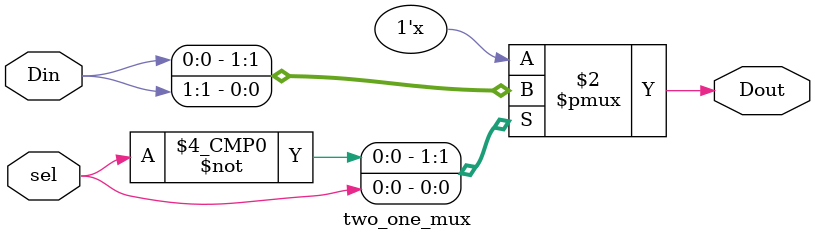
<source format=sv>
module carry_select_adder
(
    input   logic[15:0]     A,
    input   logic[15:0]     B,
    output  logic[15:0]     Sum,
    output  logic           CO
);

    /* TODO
     *
     * Insert code here to implement a carry select.
     * Your code should be completly combinational (don't use always_ff or always_latch).
     * Feel free to create sub-modules or other files. */
	  
	logic intera, interb, interc; //wires

	four_carry_adder fourA (.X(A[3 : 0]), .Y(B[3 : 0]), .CIN(     0), .SUM(Sum[3 : 0]), .COUT(intera)); //first block
	four_carry_adder fourB (.X(A[7 : 4]), .Y(B[7 : 4]), .CIN(intera), .SUM(Sum[7 : 4]), .COUT(interb)); //second block
	four_carry_adder fourC (.X(A[11: 8]), .Y(B[11: 8]), .CIN(interb), .SUM(Sum[11: 8]), .COUT(interc)); //third block
	four_carry_adder fourD (.X(A[15:12]), .Y(B[15:12]), .CIN(interc), .SUM(Sum[15:12]), .COUT(    CO)); //fourth block
   
     
endmodule


module four_carry_adder
(
	input logic[3:0] X,
	input logic[3:0] Y,
	input logic CIN,
	output logic[3:0] SUM,
	output logic COUT
);

	logic inter0, inter1, inter2;
	
	full_adder initial_adder (.x(X[0]), .y(Y[0]), .z(     CIN), .s(  SUM[0]), .c(   inter0));
	full_carry_adder four1   (.a(X[1]), .b(Y[1]), .cin(inter0), .sum(SUM[1]), .cout(inter1));
	full_carry_adder four2   (.a(X[2]), .b(Y[2]), .cin(inter1), .sum(SUM[2]), .cout(inter2));
	full_carry_adder four3   (.a(X[3]), .b(Y[3]), .cin(inter2), .sum(SUM[3]), .cout(  COUT));


endmodule



module full_carry_adder
(
	input logic a,
	input logic b,
	input logic cin,
	output logic sum,
	output logic cout
);

	logic zero_carry, one_carry;
	logic [1:0] ind_sum;

	full_adder fa_zero_0 (.x(a), .y(b), .z(1'b0), .s(ind_sum[0]), .c(zero_carry));
	full_adder fa_one_0  (.x(a), .y(b), .z(1'b1), .s(ind_sum[1]), .c( one_carry));
	
	assign cout = (one_carry&cin) | zero_carry;
	two_one_mux mux1 (.Din(ind_sum[1:0]), .sel(cin), .Dout(sum));

endmodule 

//module full_adder
//(
//	input logic x,
//	input logic y,
//	input logic z,
//	output logic s,
//	output logic c
//);
//
//assign s = x^y^z;
//assign c = (x&y)|(y&z)|(x&z);
//
//endmodule

module two_one_mux
(
	input [1:0] Din,
	input sel,
	output logic Dout
);
	always_comb
	begin
		case (sel)
		1'b0 : Dout = Din[0];
		1'b1 : Dout = Din[1];
		default : Dout = Din[0];
		endcase
	end
endmodule

</source>
